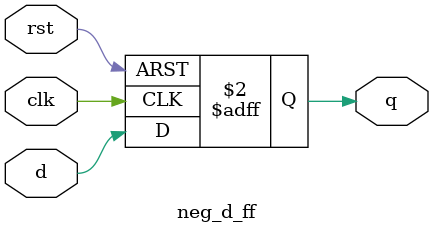
<source format=v>
`timescale 1ns/1ns

module IF (
    input           clk,rst,sel,
    input   [31:0]  Shift_address,
    output  [31:0]  Instruction,
    output  [31:0]  PC_out);
    wire [31:0] PC1,PC2;
    wire Cout,Cin;

    inst_mem mem (Instruction,clk,rst,PC2);
    assign PC_out = PC2 + 32'd1;
    mux2_1 mux (PC_out, Shift_address,sel,PC1);
    D_32 d1(PC1,PC2,clk,rst);
endmodule

module inst_mem(
    output reg [31:0] instruction,
    input clk,
    input rst,
    input [31:0] PC );
    reg [31:0] instMem [0:6];
    integer i;
    initial
    $readmemb("instructions.txt", instMem);
    always@(*)
    begin
    instruction <= instMem[PC];
    end
endmodule

module IF_ID (
    input   [31:0]  in1,in2,
    input           clk,rst,
    output  [31:0]  out1,out2);

    D_32 d1(in1,out1,clk,rst);
    D_32 d2(in2,out2,clk,rst);
endmodule

module ID (
    input       [31:0]  in1,WriteData,
    input               clk,rst,RegWrite,
    input       [4:0]   Destination,
    output      [31:0]  Data1,Data2,
    output  reg [31:0]  extend,
    output      [4:0]   Rd,Rs,Rt);//,Rt);

    always @ (posedge clk)
    begin
        extend[15:0] = in1[15:0];
        extend[31:16] = {16{in1[15]}};
        //extend = $signed(in1[15:0]);
    end
    //assign Rt = in1[20:16];
    assign Rd = in1[15:11];
	assign Rs = in1[25:21];
	assign Rt = in1[20:16];
    RegFile File (clk,rst,RegWrite,in1[25:21],in1[20:16],Destination,WriteData,Data1,Data2);
endmodule

module control( Instruction, WB,MEM,EX,rst);
    input [31:0] Instruction;
    input        rst;
    output       MEM,WB;
    output [2:0] EX;
//    output [1:0] WB;

    reg     [1:0]   ALUOp;
    reg             ALUSrc,Branch,RegWrite;//,Mem2Reg,MemWrite,MemRead,RegDst


    always @(*) begin
        if (rst) begin
            ALUOp = 2'bzz;
            ALUSrc = 1'bz;
            RegWrite = 1'b0;

        end
        else begin
            case(Instruction[31:26])
            // R-Type
                6'b000000: begin
                    ALUOp = 2'b10;
                    ALUSrc = 0;
                    Branch = 0;
                    RegWrite = 1;
                end
            // Conditional Branch
                6'b000100: begin
                    ALUOp = 2'b01;
                    ALUSrc = 0;
                    //RegDst = 1'bx;
                    Branch = 1;
                    RegWrite = 0;
                end
            endcase
        end
    end

    assign WB = {RegWrite};//,Mem2Reg};
    assign MEM = {Branch};//,MemRead,MemWrite};
    assign EX = {ALUOp,ALUSrc};//,RegDst};

endmodule

module RegFile(
    input           clk,reset,RegWrite,
    input   [4:0]   ReadReg1,ReadReg2,WriteReg,
    input   [31:0]  WriteData,
    output  [31:0]  ReadData1,ReadData2);

    wire [31:0] r[31:0];
    wire regclk[31:0];
    wire [31:0]enable,out1,out2,out3,out4,out5,out6,out7,out8,out9,out10,out11,out12,out13,out14,out15,out16,out17,out18,out19,out110;
    genvar i,j;

    decoder d(WriteReg,enable);
    generate
    for(j=0;j<32;j=j+1) begin
    and a1(regclk[j],clk,RegWrite,enable[j]);
    //and a1(regclk[j],clk,1,1);
    end
    endgenerate

    generate
    for(i=0;i<32;i=i+1) begin
    dff_reg f(regclk[i],reset,WriteData,r[i]);
    end
    endgenerate

    mux m1(r[0],r[1],r[2],r[3],ReadReg1[1:0],out1);
    mux m2(r[4],r[5],r[6],r[7],ReadReg1[1:0],out2);
    mux m3(r[8],r[9],r[10],r[11],ReadReg1[1:0],out3);
    mux m4(r[12],r[13],r[14],r[15],ReadReg1[1:0],out4);
    mux m5(r[16],r[17],r[18],r[19],ReadReg1[1:0],out5);
    mux m6(r[20],r[21],r[22],r[23],ReadReg1[1:0],out6);
    mux m7(r[24],r[25],r[26],r[27],ReadReg1[1:0],out7);
    mux m8(r[28],r[29],r[30],r[31],ReadReg1[1:0],out8);
    mux m9(out1,out2,out3,out4,ReadReg1[3:2],out9);
    mux m10(out5,out6,out7,out8,ReadReg1[3:2],out10);
    mux2_1 m11(out9,out10,ReadReg1[4],ReadData1);


    mux m12(r[0],r[1],r[2],r[3],ReadReg2[1:0],out11);
    mux m13(r[4],r[5],r[6],r[7],ReadReg2[1:0],out12);
    mux m14(r[8],r[9],r[10],r[11],ReadReg2[1:0],out13);
    mux m15(r[12],r[13],r[14],r[15],ReadReg2[1:0],out14);
    mux m16(r[16],r[17],r[18],r[19],ReadReg2[1:0],out15);
    mux m17(r[20],r[21],r[22],r[23],ReadReg2[1:0],out16);
    mux m18(r[24],r[25],r[26],r[27],ReadReg2[1:0],out17);
    mux m19(r[28],r[29],r[30],r[31],ReadReg2[1:0],out18);
    mux m20(out11,out12,out13,out14,ReadReg2[3:2],out19);
    mux m21(out15,out16,out17,out18,ReadReg2[3:2],out110);
    mux2_1 m22(out19,out110,ReadReg2[4],ReadData2);
endmodule

module ID_EX (
    input   [31:0]  in1, in2, in3, in4,
    input   [4:0]   in5,in6,in7, //in6,
//    input   [1:0]   wb_in,
//    input   [2:0]   mem_in,
    input   [2:0]   ex_in,
    input           clk,rst,mem_in,wb_in,
    output  [4:0]   Rd,Rs,Rt,//Rt,
    output  [31:0]  A,B,Address,extend,
    output          mem_out,wb_out,ALUSrc,
    output  [1:0]   ALUOp);

    D_32 d1(in1,A,clk,rst);
    D_32 d2(in2,B,clk,rst);
    D_32 d3(in3,Address,clk,rst);
    D_32 d4(in4,extend,clk,rst);
    D_5 d5(in5,Rd,clk,rst);
	D_5 d6(in6,Rs,clk,rst);
	D_5 d7(in7,Rt,clk,rst);

    wire RegWrite,branch; //,MemRead,MemWrite,Mem2Reg;

    d_ff     ff1     (.clk(clk),.rst(rst),.d(wb_in),.q(RegWrite));
    d_ff     ff3     (.clk(clk),.rst(rst),.d(mem_in),.q(branch));
    d_ff     ff6     (.clk(clk),.rst(rst),.d(ex_in[0]),.q(ALUSrc));
    d_ff     ff8     (.clk(clk),.rst(rst),.d(ex_in[1]),.q(ALUOp[0]));
    d_ff     ff9     (.clk(clk),.rst(rst),.d(ex_in[2]),.q(ALUOp[1]));

    assign mem_out = {branch};
    assign wb_out = {RegWrite};
endmodule

module EX(
    input   [31:0]  pc,extended,reg1,reg2,data,
    input           ALUSrc, branch,//RegDst,
    input   [1:0]   ALUOp,
    input rst,
	input A,B,
    output  [31:0]  pc_in,alu_result,
    output          zero, PCSrc);

    wire [31:0] ALUIn1,ALUIn2,ALUIn2_temp;
    wire op0,op1,op2;

    bit32ADD        pc_add      (.in1(pc),.in2(extended<<2),.out(pc_in));
    mux2_1   mux_alu     (.in1(ALUIn2_temp),.in2(extended),.sel(ALUSrc),.out(ALUIn2));
	mux2_1   mux_alu_2     (.in1(reg2),.in2(data),.sel(B),.out(ALUIn2_temp));
	mux2_1   mux_alu_1     (.in1(reg1),.in2(data),.sel(A),.out(ALUIn1));

    MyALU           alu         (.in1(ALUIn1),.rst(rst),.in2(ALUIn2),.op({op0|op2,op1}),.alu_result(alu_result),.zero(zero));
    ALU_ctrl        ctrl        (.func(extended[5:0]),.alu_op0(ALUOp[0]),.alu_op1(ALUOp[1]),.op({op2,op1,op0}));
	and     g1          (PCSrc,branch,zero);
endmodule

module MyALU(
    input [31:0] in1,in2,
    input [1:0] op,
    input rst,
    output [31:0] alu_result,
    output zero);

    wire [31:0] and_wire, or_wire, add_wire, sub_wire;
    reg zero_reg;

    bit32AND  and_op    (.in1(in1),.in2(in2),.out(and_wire));
    bit32OR   or_op     (.in1(in1),.in2(in2),.out(or_wire));
    bit32ADD  add_op    (.in1(in1),.in2(in2),.out(add_wire));
    bit32SUB  sub_op    (.in1(in1),.in2(in2),.out(sub_wire));

    bit32_4to1mux mux (.in1(and_wire),.in2(add_wire),.in3(or_wire),.in4(sub_wire),.sel(op),.out(alu_result));

    always @(*) begin
        if (alu_result==32'b0)
            zero_reg = 1;
        else if(rst==1)
            zero_reg=0;
        else
            zero_reg = 0;
    end
    assign zero = zero_reg;
endmodule

module ALU_ctrl (func,alu_op0,alu_op1,op);

    input alu_op0,alu_op1;
    input [5:0] func;
    output [2:0] op;

    assign op[0] = (~alu_op1 & alu_op0) | (alu_op1 & func[1]);
    assign op[1] = (~func[2]) | (~alu_op1);
    assign op[2] = (func[1] & alu_op1) | alu_op0;
endmodule

module EX_MEM(
    input   [31:0]  pc_in,alu_result_in,//mem_write_data_in,
    input   [4:0]   dstreg_in,
    input           zero_in,clk,rst,wb_in,mem_in,
    output  [31:0]  pc_out,alu_result_out,//mem_write_data_out,
    output  [4:0]   dstreg_out,
    output          zero_out,mem_out,wb_out);//MemRead,MemWrite,

    wire RegWrite,Branch;//,Mem2Reg;

    D_32   pc_reg              (.in(pc_in),.clk(clk),.rst(rst),.out(pc_out));
    D_32   alu_result_reg      (.in(alu_result_in),.clk(clk),.rst(rst),.out(alu_result_out));
    D_5    dstreg_reg          (.in(dstreg_in),.clk(clk),.rst(rst),.out(dstreg_out));
    d_ff        zero_reg            (.d(zero_in),.clk(clk),.rst(rst),.q(zero_out));
    d_ff        RegWrite_reg        (.d(wb_in),.clk(clk),.rst(rst),.q(RegWrite));
    //d_ff        Mem2Reg_reg         (.d(wb_in[1]),.clk(clk),.rst(rst),.q(Mem2Reg));
    d_ff        branch_reg          (.d(mem_in),.clk(clk),.rst(rst),.q(mem_out));

    assign wb_out = {RegWrite};//,Mem2Reg};
	//assign mem_out = {Branch};
endmodule

module MEM(
    //input   [31:0]  addr,mem_write_data,
    input           branch,zero,//,mem_read,mem_write,initializeMemory,
    //output  [31:0]  mem_read_data,
    output          PCSrc);

    and     g1          (PCSrc,branch,zero);

    //memory  data_mem    (.address(addr),.dataIn(mem_write_data),.readEnable(mem_read),.writeEnable(mem_write),
    //                     .initializeMemory(initializeMemory),.printOutput(1'b0),.memOut(mem_read_data));
endmodule

module MEM_WB(
    input   [31:0]  alu_result_in,//mem_read_data_in,
    input   [4:0]   dstreg_in,
    input           clk,rst,wb_in,
    output  [31:0]  alu_result_out,//mem_read_data_out,
    output  [4:0]   dstreg_out,
    output          RegWrite);

    //reg_32bit   mem_data    (.d(mem_read_data_in),.clk(clk),.rst(rst),.q(mem_read_data_out));
    D_32   alu_result  (.in(alu_result_in),.clk(clk),.rst(rst),.out(alu_result_out));
    D_5    dstreg_reg  (.in(dstreg_in),.clk(clk),.rst(rst),.out(dstreg_out));
    d_ff        wb_reg      (.d(wb_in),.clk(clk),.rst(rst),.q(RegWrite));
endmodule

module WB(
    input   [31:0]  alu_result,//mem_read_data,
    //input           mem2reg,
    output  [31:0]  write_data);

    //bit32_2to1mux   mux     (.in1(mem_read_data),.in2(alu_result),.sel(mem2reg),.out(write_data));
    assign write_data = alu_result;
endmodule







module mux2to1(out,sel,in1,in2);
    input in1,in2,sel;
    output out;

    wire not_sel,a1,a2;

    not (not_sel,sel);
    and (a1,sel,in2);
    and (a2,not_sel,in1);
    or  (out,a1,a2);
endmodule

module bit5_2to1mux(out,sel,in1,in2);
    input [4:0] in1,in2;
    output [4:0] out;
    input sel;

    genvar j;
    //this is the variable that is be used in the generate block
    generate
        for (j=0; j<5;j=j+1) begin: mux_loop
        //mux_loop is the name of the loop
            mux2to1 m1(out[j],sel,in1[j],in2[j]);
        //mux2to1 is instantiated every time it is called
        end
    endgenerate
endmodule

module bit8_2to1mux(out,sel,in1,in2);
    input [7:0] in1,in2;
    output [7:0] out;
    input sel;

    genvar j;
    //this is the variable that is be used in the generate block
    generate
        for (j=0; j<8;j=j+1) begin: mux_loop
        //mux_loop is the name of the loop
            mux2to1 m1(out[j],sel,in1[j],in2[j]);
        //mux2to1 is instantiated every time it is called
        end
    endgenerate
endmodule

module bit32_2to1mux(out,sel,in1,in2);
    input [31:0] in1,in2;
    input sel;
    output [31:0] out;

    genvar j;
    generate
        for (j=0;j<4;j=j+1) begin
            bit8_2to1mux m1(out[8*(j+1)-1:8*j],sel,in1[8*(j+1)-1:8*j],in2[8*(j+1)-1:8*j]);
        end
    endgenerate
endmodule

module bit32_4to1mux(
    output [31:0] out,
    input [31:0] in1,in2,in3,in4,
    input [1:0] sel);

    wire [31:0] out1,out2;

    bit32_2to1mux mux1(.out(out1),.sel(sel[0]),.in1(in1),.in2(in2));
    bit32_2to1mux mux2(.out(out2),.sel(sel[0]),.in1(in3),.in2(in4));
    bit32_2to1mux mux3(.out(out),.sel(sel[1]),.in1(out1),.in2(out2));
endmodule

module mux2_1(in1,in2,sel,out);
    input [31:0] in1,in2;
    input sel;
    output reg [31:0]out;
    always @*
    begin
    case (sel)
    1'b0: out<=in1;
    1'b1: out<=in2;
    endcase
    end
endmodule


module mux(in1,in2,in3,in4,sel,Out);
    input [31:0] in1,in2,in3,in4;
    input [1:0] sel;
    output reg [31:0] Out;
    always @ *
    begin
    case(sel)
    2'b00: Out<=in1;
    2'b01: Out<=in2;
    2'b10: Out<=in3;
    2'b11: Out<=in4;
    endcase
    end
 endmodule

module bit32AND (
    output [31:0] out,
    input [31:0] in1,in2);

    assign {out}=in1 & in2;
endmodule

module bit32OR (
    output [31:0] out,
    input [31:0] in1,in2);

    assign {out}=in1 | in2;
endmodule

module bit32ADD (
    output [31:0] out,
    input [31:0] in1,in2);

    assign {out}=in1 + in2;
endmodule

module bit32SUB (
    output [31:0] out,
    input [31:0] in1,in2);

    assign {out}=in1 + (~in2) + 1;
endmodule

// D flip flop with asynchronous reset
module d_ff(
    input d,clk,rst,
    output reg q);

    always @(posedge clk or posedge rst) begin
        if(rst)
            q <= 1'b0;
        else
            q <= d;
    end
endmodule
/*
module reg_5bit(
    input [4:0] d,
    input clk,rst,
    output [4:0] q);

    genvar i;
    generate
        for(i=0;i<5;i=i+1) begin: flip_flop
            d_ff ff(.q(q[i]),.clk(clk),.rst(rst),.d(d[i]));
        end
    endgenerate
endmodule
*/
/*
module reg_32bit(
    input [31:0] d,
    input clk, rst,
    output [31:0] q);

    genvar i;
    generate
        for(i=0;i<32;i=i+1) begin: flip_flop
            d_ff ff(.q(q[i]),.clk(clk),.rst(rst),.d(d[i]));
        end
    endgenerate
endmodule
*/
module D_32(in,out,clk,rst);
    input[31:0] in;
    input clk,rst;
    output reg [31:0] out;
    always @ (posedge clk or posedge rst)
    begin
    if(rst==1)
    out<=0;
    else
    out<=in;
    end
endmodule
/*
module dff(clk,rst,D,Q);
    input [31:0] D;
    input clk,rst;
    output reg [31:0]Q;
    always @(posedge clk , posedge rst)
    begin
    if(rst==1) begin
    Q<=32'h0;
    end
    else
    Q<=D;
    end
endmodule
*/

module dff_reg(clk,rst,D,Q);
    input [31:0] D;
    input clk,rst;
    output reg [31:0]Q;
    always @(negedge clk or posedge rst)
    begin
    if(rst==1) begin
    Q<=32'd0;
    end
    else
    Q<=D;
    end
endmodule

module D_5(in,out,clk,rst);
    input[4:0] in;
    input clk,rst;
    output reg [4:0] out;
    always @ (posedge clk or posedge rst)
    begin
    if(rst==1)
    out<=0;
    else
    out<=in;
    end
endmodule

module decoder(in,out);
    input [4:0] in;
    output reg [31:0] out;
    always @ *
    begin
    case(in)
    5'b00000: out<=32'b00000001;
    5'b00001: out<=32'h00000002;
    5'b00010: out<=32'h00000004;
    5'b00011: out<=32'h00000008;
    5'b00100: out<=32'h00000010;
    5'b00101: out<=32'h00000020;
    5'b00110: out<=32'h00000040;
    5'b00111: out<=32'h00000080;
    5'b01000: out<=32'h00000100;
    5'b01001: out<=32'h00000200;
    5'b01010: out<=32'h00000400;
    5'b01011: out<=32'h00000800;
    5'b01100: out<=32'h00001000;
    5'b01101: out<=32'h00002000;
    5'b01110: out<=32'h00004000;
    5'b01111: out<=32'h00008000;
    5'b10000: out<=32'h00010000;
    5'b10001: out<=32'h00020000;
    5'b10010: out<=32'h00040000;
    5'b10011: out<=32'h00080000;
    5'b10100: out<=32'h00100000;
    5'b10101: out<=32'h00200000;
    5'b10110: out<=32'h00400000;
    5'b10111: out<=32'h00800000;
    5'b11000: out<=32'h01000000;
    5'b11001: out<=32'h02000000;
    5'b11010: out<=32'h04000000;
    5'b11011: out<=32'h08000000;
    5'b11100: out<=32'h10000000;
    5'b11101: out<=32'h20000000;
    5'b11110: out<=32'h40000000;
    5'b11111: out<=32'h80000000;
    endcase
    end
endmodule

module hazard(input [4:0] Rs,Rt,Rd,
	input Rst,
	output reg A,B);

	always @(*) begin
	if(Rst==1) begin
	A=0;
	B=0;
	end
	else if(Rs==Rd) begin
	A=1;
	B=0;
	end
	else if(Rt==Rd) begin
	A=0;
	B=1;
	end
	else begin
	A=0;
	B=0;
	end
	end
endmodule

module neg_d_ff(
    input d,clk,rst,
    output reg q);

    always @(negedge clk or posedge rst) begin
        if(rst)
            q <= 1'b0;
        else
            q <= d;
    end
endmodule


</source>
